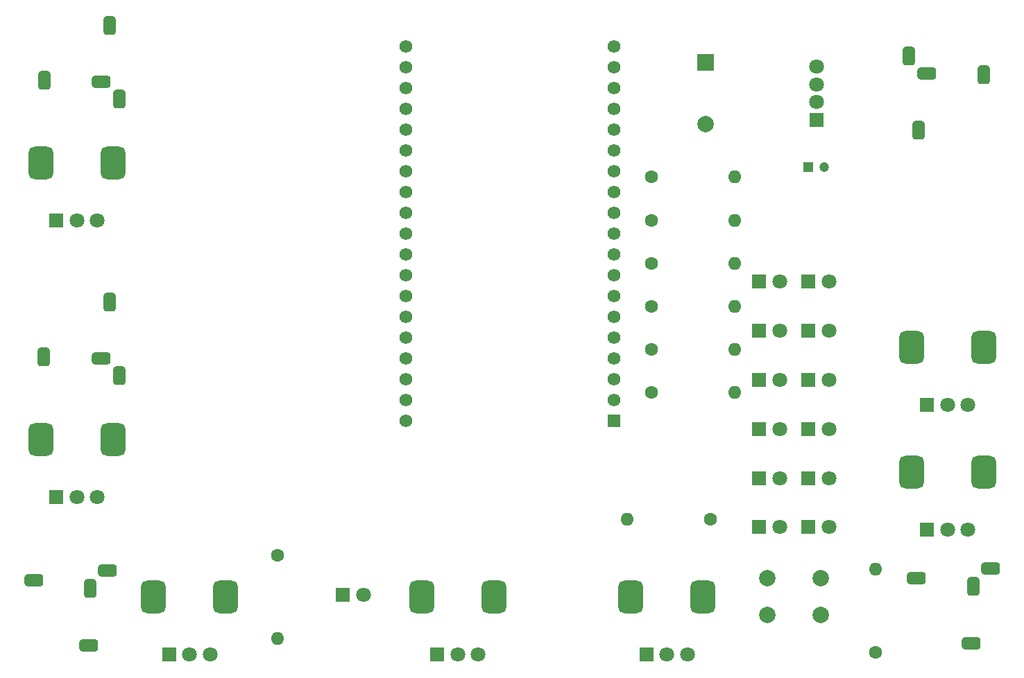
<source format=gbr>
%TF.GenerationSoftware,KiCad,Pcbnew,(6.0.4)*%
%TF.CreationDate,2022-06-01T21:34:53+02:00*%
%TF.ProjectId,Spikeling_ESP32,5370696b-656c-4696-9e67-5f4553503332,rev?*%
%TF.SameCoordinates,Original*%
%TF.FileFunction,Soldermask,Bot*%
%TF.FilePolarity,Negative*%
%FSLAX46Y46*%
G04 Gerber Fmt 4.6, Leading zero omitted, Abs format (unit mm)*
G04 Created by KiCad (PCBNEW (6.0.4)) date 2022-06-01 21:34:53*
%MOMM*%
%LPD*%
G01*
G04 APERTURE LIST*
G04 Aperture macros list*
%AMRoundRect*
0 Rectangle with rounded corners*
0 $1 Rounding radius*
0 $2 $3 $4 $5 $6 $7 $8 $9 X,Y pos of 4 corners*
0 Add a 4 corners polygon primitive as box body*
4,1,4,$2,$3,$4,$5,$6,$7,$8,$9,$2,$3,0*
0 Add four circle primitives for the rounded corners*
1,1,$1+$1,$2,$3*
1,1,$1+$1,$4,$5*
1,1,$1+$1,$6,$7*
1,1,$1+$1,$8,$9*
0 Add four rect primitives between the rounded corners*
20,1,$1+$1,$2,$3,$4,$5,0*
20,1,$1+$1,$4,$5,$6,$7,0*
20,1,$1+$1,$6,$7,$8,$9,0*
20,1,$1+$1,$8,$9,$2,$3,0*%
G04 Aperture macros list end*
%ADD10R,1.800000X1.800000*%
%ADD11C,1.800000*%
%ADD12C,1.600000*%
%ADD13O,1.600000X1.600000*%
%ADD14RoundRect,0.750000X0.750000X-1.250000X0.750000X1.250000X-0.750000X1.250000X-0.750000X-1.250000X0*%
%ADD15RoundRect,0.381000X0.381000X-0.762000X0.381000X0.762000X-0.381000X0.762000X-0.381000X-0.762000X0*%
%ADD16RoundRect,0.381000X-0.381000X0.762000X-0.381000X-0.762000X0.381000X-0.762000X0.381000X0.762000X0*%
%ADD17RoundRect,0.381000X0.762000X0.381000X-0.762000X0.381000X-0.762000X-0.381000X0.762000X-0.381000X0*%
%ADD18RoundRect,0.381000X-0.762000X-0.381000X0.762000X-0.381000X0.762000X0.381000X-0.762000X0.381000X0*%
%ADD19R,1.200000X1.200000*%
%ADD20C,1.200000*%
%ADD21R,2.000000X2.000000*%
%ADD22C,2.000000*%
%ADD23R,1.560000X1.560000*%
%ADD24C,1.560000*%
G04 APERTURE END LIST*
D10*
%TO.C,Spike LED*%
X197000000Y-63240000D03*
D11*
X197000000Y-61081000D03*
X197000000Y-58922000D03*
X197000000Y-56763000D03*
%TD*%
D10*
%TO.C,Mode6*%
X190000000Y-83000000D03*
D11*
X192540000Y-83000000D03*
%TD*%
D10*
%TO.C,Mode1*%
X190000000Y-113000000D03*
D11*
X192540000Y-113000000D03*
%TD*%
D12*
%TO.C,10k\u03A9 SW pull-down*%
X184080000Y-112000000D03*
D13*
X173920000Y-112000000D03*
%TD*%
D10*
%TO.C,Stim-Strength*%
X210500000Y-113300000D03*
D11*
X213000000Y-113300000D03*
X215500000Y-113300000D03*
D14*
X217400000Y-106300000D03*
X208600000Y-106300000D03*
%TD*%
D10*
%TO.C,Noise*%
X176250000Y-128550000D03*
D11*
X178750000Y-128550000D03*
X181250000Y-128550000D03*
D14*
X183150000Y-121550000D03*
X174350000Y-121550000D03*
%TD*%
D15*
%TO.C,Synapse In 1*%
X110781500Y-51750000D03*
D16*
X102781500Y-58450000D03*
D17*
X109781500Y-58650000D03*
D15*
X111981500Y-60750000D03*
%TD*%
D16*
%TO.C,Synapse Out*%
X209468500Y-64500000D03*
D15*
X217468500Y-57800000D03*
D16*
X208268500Y-55500000D03*
D18*
X210468500Y-57600000D03*
%TD*%
D10*
%TO.C,Synapse 1 Gain*%
X104250000Y-75550000D03*
D11*
X106750000Y-75550000D03*
X109250000Y-75550000D03*
D14*
X102350000Y-68550000D03*
X111150000Y-68550000D03*
%TD*%
D10*
%TO.C,Mode3*%
X190000000Y-101000000D03*
D11*
X192540000Y-101000000D03*
%TD*%
D10*
%TO.C,Voltage Membrane*%
X118000000Y-128550000D03*
D11*
X120500000Y-128550000D03*
X123000000Y-128550000D03*
D14*
X124900000Y-121550000D03*
X116100000Y-121550000D03*
%TD*%
D12*
%TO.C,100\u03A9 Stim-LED*%
X204250000Y-128330000D03*
D13*
X204250000Y-118170000D03*
%TD*%
D17*
%TO.C,Stimulus Out*%
X209250000Y-119218500D03*
D18*
X215950000Y-127218500D03*
D17*
X218250000Y-118018500D03*
D16*
X216150000Y-120218500D03*
%TD*%
D10*
%TO.C,Mode10*%
X196000000Y-95000000D03*
D11*
X198540000Y-95000000D03*
%TD*%
D10*
%TO.C,Mode8*%
X196000000Y-107000000D03*
D11*
X198540000Y-107000000D03*
%TD*%
D12*
%TO.C,50\u03A9_CharliePlex4*%
X176920000Y-96500000D03*
D13*
X187080000Y-96500000D03*
%TD*%
D10*
%TO.C,Mode12*%
X196000000Y-83000000D03*
D11*
X198540000Y-83000000D03*
%TD*%
D10*
%TO.C,Mode11*%
X196000000Y-89000000D03*
D11*
X198540000Y-89000000D03*
%TD*%
D10*
%TO.C,Mode9*%
X196000000Y-101000000D03*
D11*
X198540000Y-101000000D03*
%TD*%
D12*
%TO.C,10\u03A9 RC*%
X176920000Y-75500000D03*
D13*
X187080000Y-75500000D03*
%TD*%
D10*
%TO.C,Photodiode*%
X139225000Y-121250000D03*
D11*
X141765000Y-121250000D03*
%TD*%
D10*
%TO.C,Stim-Frequency*%
X210500000Y-98050000D03*
D11*
X213000000Y-98050000D03*
X215500000Y-98050000D03*
D14*
X217400000Y-91050000D03*
X208600000Y-91050000D03*
%TD*%
D10*
%TO.C,Synapse 2 Gain*%
X104250000Y-109300000D03*
D11*
X106750000Y-109300000D03*
X109250000Y-109300000D03*
D14*
X102350000Y-102300000D03*
X111150000Y-102300000D03*
%TD*%
D15*
%TO.C,Synapse in 2*%
X110750000Y-85500000D03*
D16*
X102750000Y-92200000D03*
D17*
X109750000Y-92400000D03*
D15*
X111950000Y-94500000D03*
%TD*%
D10*
%TO.C,Mode2*%
X190000000Y-107000000D03*
D11*
X192540000Y-107000000D03*
%TD*%
D10*
%TO.C,Mode4*%
X190000000Y-95000000D03*
D11*
X192540000Y-95000000D03*
%TD*%
D17*
%TO.C,Current In*%
X101500000Y-119468500D03*
D18*
X108200000Y-127468500D03*
D17*
X110500000Y-118268500D03*
D16*
X108400000Y-120468500D03*
%TD*%
D12*
%TO.C,50\u03A9_CharliePlex3*%
X176920000Y-91250000D03*
D13*
X187080000Y-91250000D03*
%TD*%
D12*
%TO.C,10k\u03A9 PD pull-down*%
X131250000Y-116420000D03*
D13*
X131250000Y-126580000D03*
%TD*%
D10*
%TO.C,Photodiode Gain*%
X150750000Y-128550000D03*
D11*
X153250000Y-128550000D03*
X155750000Y-128550000D03*
D14*
X148850000Y-121550000D03*
X157650000Y-121550000D03*
%TD*%
D19*
%TO.C,1nF RC*%
X196000000Y-69000000D03*
D20*
X198000000Y-69000000D03*
%TD*%
D12*
%TO.C,50\u03A9_CharliePlex2*%
X176920000Y-86000000D03*
D13*
X187080000Y-86000000D03*
%TD*%
D12*
%TO.C,100\u03A9 Spike LED*%
X176920000Y-70250000D03*
D13*
X187080000Y-70250000D03*
%TD*%
D21*
%TO.C,Spike Buzzer*%
X183500000Y-56200000D03*
D22*
X183500000Y-63800000D03*
%TD*%
D12*
%TO.C,50\u03A9 CharliePlex1*%
X176920000Y-80750000D03*
D13*
X187080000Y-80750000D03*
%TD*%
D22*
%TO.C,Mode Button*%
X191000000Y-119250000D03*
X197500000Y-119250000D03*
X197500000Y-123750000D03*
X191000000Y-123750000D03*
%TD*%
D23*
%TO.C,ESP32-WROOM dev module*%
X172347500Y-100010000D03*
D24*
X172347500Y-97470000D03*
X172347500Y-94930000D03*
X172347500Y-92390000D03*
X172347500Y-89850000D03*
X172347500Y-87310000D03*
X172347500Y-84770000D03*
X172347500Y-82230000D03*
X172347500Y-79690000D03*
X172347500Y-77150000D03*
X172347500Y-74610000D03*
X172347500Y-72070000D03*
X172347500Y-69530000D03*
X172347500Y-66990000D03*
X172347500Y-64450000D03*
X172347500Y-61910000D03*
X172347500Y-59370000D03*
X172347500Y-56830000D03*
X172347500Y-54290000D03*
X146947500Y-100010000D03*
X146947500Y-97470000D03*
X146947500Y-94930000D03*
X146947500Y-92390000D03*
X146947500Y-89850000D03*
X146947500Y-87310000D03*
X146947500Y-84770000D03*
X146947500Y-82230000D03*
X146947500Y-79690000D03*
X146947500Y-77150000D03*
X146947500Y-74610000D03*
X146947500Y-72070000D03*
X146947500Y-69530000D03*
X146947500Y-66990000D03*
X146947500Y-64450000D03*
X146947500Y-61910000D03*
X146947500Y-59370000D03*
X146947500Y-56830000D03*
X146947500Y-54290000D03*
%TD*%
D10*
%TO.C,Mode7*%
X196000000Y-113000000D03*
D11*
X198540000Y-113000000D03*
%TD*%
D10*
%TO.C,Mode5*%
X190000000Y-89000000D03*
D11*
X192540000Y-89000000D03*
%TD*%
M02*

</source>
